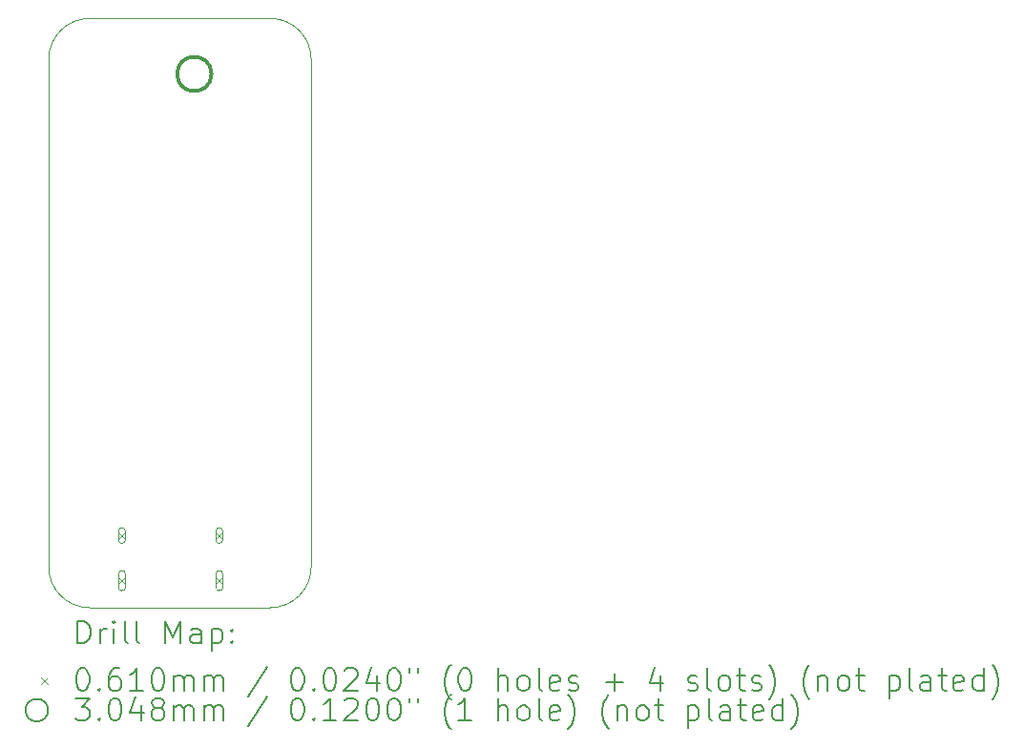
<source format=gbr>
%TF.GenerationSoftware,KiCad,Pcbnew,9.0.7*%
%TF.CreationDate,2026-02-02T13:56:50-05:00*%
%TF.ProjectId,usbdbg,75736264-6267-42e6-9b69-6361645f7063,rev?*%
%TF.SameCoordinates,Original*%
%TF.FileFunction,Drillmap*%
%TF.FilePolarity,Positive*%
%FSLAX45Y45*%
G04 Gerber Fmt 4.5, Leading zero omitted, Abs format (unit mm)*
G04 Created by KiCad (PCBNEW 9.0.7) date 2026-02-02 13:56:50*
%MOMM*%
%LPD*%
G01*
G04 APERTURE LIST*
%ADD10C,0.100000*%
%ADD11C,0.200000*%
%ADD12C,0.304800*%
G04 APERTURE END LIST*
D10*
X19810000Y-7365000D02*
X19810000Y-2865000D01*
X17845000Y-7730000D02*
G75*
G02*
X17480000Y-7365000I0J365000D01*
G01*
X17845000Y-7730000D02*
X19445000Y-7730000D01*
X19445000Y-2500000D02*
G75*
G02*
X19810000Y-2865000I0J-365000D01*
G01*
X17480000Y-7365000D02*
X17480000Y-2865000D01*
X17845000Y-2500000D02*
X19445000Y-2500000D01*
X17480000Y-2865000D02*
G75*
G02*
X17845000Y-2500000I365000J0D01*
G01*
X19810000Y-7365000D02*
G75*
G02*
X19445000Y-7730000I-365000J0D01*
G01*
D11*
D10*
X18100020Y-7059025D02*
X18160980Y-7119985D01*
X18160980Y-7059025D02*
X18100020Y-7119985D01*
X18100020Y-7050135D02*
X18100020Y-7128875D01*
X18160980Y-7128875D02*
G75*
G02*
X18100020Y-7128875I-30480J0D01*
G01*
X18160980Y-7128875D02*
X18160980Y-7050135D01*
X18160980Y-7050135D02*
G75*
G03*
X18100020Y-7050135I-30480J0D01*
G01*
X18100020Y-7459025D02*
X18160980Y-7519985D01*
X18160980Y-7459025D02*
X18100020Y-7519985D01*
X18100020Y-7429815D02*
X18100020Y-7549195D01*
X18160980Y-7549195D02*
G75*
G02*
X18100020Y-7549195I-30480J0D01*
G01*
X18160980Y-7549195D02*
X18160980Y-7429815D01*
X18160980Y-7429815D02*
G75*
G03*
X18100020Y-7429815I-30480J0D01*
G01*
X18964020Y-7059025D02*
X19024980Y-7119985D01*
X19024980Y-7059025D02*
X18964020Y-7119985D01*
X18964020Y-7050135D02*
X18964020Y-7128875D01*
X19024980Y-7128875D02*
G75*
G02*
X18964020Y-7128875I-30480J0D01*
G01*
X19024980Y-7128875D02*
X19024980Y-7050135D01*
X19024980Y-7050135D02*
G75*
G03*
X18964020Y-7050135I-30480J0D01*
G01*
X18964020Y-7459025D02*
X19024980Y-7519985D01*
X19024980Y-7459025D02*
X18964020Y-7519985D01*
X18964020Y-7429815D02*
X18964020Y-7549195D01*
X19024980Y-7549195D02*
G75*
G02*
X18964020Y-7549195I-30480J0D01*
G01*
X19024980Y-7549195D02*
X19024980Y-7429815D01*
X19024980Y-7429815D02*
G75*
G03*
X18964020Y-7429815I-30480J0D01*
G01*
D12*
X18924900Y-2993000D02*
G75*
G02*
X18620100Y-2993000I-152400J0D01*
G01*
X18620100Y-2993000D02*
G75*
G02*
X18924900Y-2993000I152400J0D01*
G01*
D11*
X17735777Y-8046484D02*
X17735777Y-7846484D01*
X17735777Y-7846484D02*
X17783396Y-7846484D01*
X17783396Y-7846484D02*
X17811967Y-7856008D01*
X17811967Y-7856008D02*
X17831015Y-7875055D01*
X17831015Y-7875055D02*
X17840539Y-7894103D01*
X17840539Y-7894103D02*
X17850063Y-7932198D01*
X17850063Y-7932198D02*
X17850063Y-7960769D01*
X17850063Y-7960769D02*
X17840539Y-7998865D01*
X17840539Y-7998865D02*
X17831015Y-8017912D01*
X17831015Y-8017912D02*
X17811967Y-8036960D01*
X17811967Y-8036960D02*
X17783396Y-8046484D01*
X17783396Y-8046484D02*
X17735777Y-8046484D01*
X17935777Y-8046484D02*
X17935777Y-7913150D01*
X17935777Y-7951246D02*
X17945301Y-7932198D01*
X17945301Y-7932198D02*
X17954824Y-7922674D01*
X17954824Y-7922674D02*
X17973872Y-7913150D01*
X17973872Y-7913150D02*
X17992920Y-7913150D01*
X18059586Y-8046484D02*
X18059586Y-7913150D01*
X18059586Y-7846484D02*
X18050063Y-7856008D01*
X18050063Y-7856008D02*
X18059586Y-7865531D01*
X18059586Y-7865531D02*
X18069110Y-7856008D01*
X18069110Y-7856008D02*
X18059586Y-7846484D01*
X18059586Y-7846484D02*
X18059586Y-7865531D01*
X18183396Y-8046484D02*
X18164348Y-8036960D01*
X18164348Y-8036960D02*
X18154824Y-8017912D01*
X18154824Y-8017912D02*
X18154824Y-7846484D01*
X18288158Y-8046484D02*
X18269110Y-8036960D01*
X18269110Y-8036960D02*
X18259586Y-8017912D01*
X18259586Y-8017912D02*
X18259586Y-7846484D01*
X18516729Y-8046484D02*
X18516729Y-7846484D01*
X18516729Y-7846484D02*
X18583396Y-7989341D01*
X18583396Y-7989341D02*
X18650063Y-7846484D01*
X18650063Y-7846484D02*
X18650063Y-8046484D01*
X18831015Y-8046484D02*
X18831015Y-7941722D01*
X18831015Y-7941722D02*
X18821491Y-7922674D01*
X18821491Y-7922674D02*
X18802444Y-7913150D01*
X18802444Y-7913150D02*
X18764348Y-7913150D01*
X18764348Y-7913150D02*
X18745301Y-7922674D01*
X18831015Y-8036960D02*
X18811967Y-8046484D01*
X18811967Y-8046484D02*
X18764348Y-8046484D01*
X18764348Y-8046484D02*
X18745301Y-8036960D01*
X18745301Y-8036960D02*
X18735777Y-8017912D01*
X18735777Y-8017912D02*
X18735777Y-7998865D01*
X18735777Y-7998865D02*
X18745301Y-7979817D01*
X18745301Y-7979817D02*
X18764348Y-7970293D01*
X18764348Y-7970293D02*
X18811967Y-7970293D01*
X18811967Y-7970293D02*
X18831015Y-7960769D01*
X18926253Y-7913150D02*
X18926253Y-8113150D01*
X18926253Y-7922674D02*
X18945301Y-7913150D01*
X18945301Y-7913150D02*
X18983396Y-7913150D01*
X18983396Y-7913150D02*
X19002444Y-7922674D01*
X19002444Y-7922674D02*
X19011967Y-7932198D01*
X19011967Y-7932198D02*
X19021491Y-7951246D01*
X19021491Y-7951246D02*
X19021491Y-8008388D01*
X19021491Y-8008388D02*
X19011967Y-8027436D01*
X19011967Y-8027436D02*
X19002444Y-8036960D01*
X19002444Y-8036960D02*
X18983396Y-8046484D01*
X18983396Y-8046484D02*
X18945301Y-8046484D01*
X18945301Y-8046484D02*
X18926253Y-8036960D01*
X19107205Y-8027436D02*
X19116729Y-8036960D01*
X19116729Y-8036960D02*
X19107205Y-8046484D01*
X19107205Y-8046484D02*
X19097682Y-8036960D01*
X19097682Y-8036960D02*
X19107205Y-8027436D01*
X19107205Y-8027436D02*
X19107205Y-8046484D01*
X19107205Y-7922674D02*
X19116729Y-7932198D01*
X19116729Y-7932198D02*
X19107205Y-7941722D01*
X19107205Y-7941722D02*
X19097682Y-7932198D01*
X19097682Y-7932198D02*
X19107205Y-7922674D01*
X19107205Y-7922674D02*
X19107205Y-7941722D01*
D10*
X17414040Y-8344520D02*
X17475000Y-8405480D01*
X17475000Y-8344520D02*
X17414040Y-8405480D01*
D11*
X17773872Y-8266484D02*
X17792920Y-8266484D01*
X17792920Y-8266484D02*
X17811967Y-8276008D01*
X17811967Y-8276008D02*
X17821491Y-8285531D01*
X17821491Y-8285531D02*
X17831015Y-8304579D01*
X17831015Y-8304579D02*
X17840539Y-8342674D01*
X17840539Y-8342674D02*
X17840539Y-8390293D01*
X17840539Y-8390293D02*
X17831015Y-8428389D01*
X17831015Y-8428389D02*
X17821491Y-8447436D01*
X17821491Y-8447436D02*
X17811967Y-8456960D01*
X17811967Y-8456960D02*
X17792920Y-8466484D01*
X17792920Y-8466484D02*
X17773872Y-8466484D01*
X17773872Y-8466484D02*
X17754824Y-8456960D01*
X17754824Y-8456960D02*
X17745301Y-8447436D01*
X17745301Y-8447436D02*
X17735777Y-8428389D01*
X17735777Y-8428389D02*
X17726253Y-8390293D01*
X17726253Y-8390293D02*
X17726253Y-8342674D01*
X17726253Y-8342674D02*
X17735777Y-8304579D01*
X17735777Y-8304579D02*
X17745301Y-8285531D01*
X17745301Y-8285531D02*
X17754824Y-8276008D01*
X17754824Y-8276008D02*
X17773872Y-8266484D01*
X17926253Y-8447436D02*
X17935777Y-8456960D01*
X17935777Y-8456960D02*
X17926253Y-8466484D01*
X17926253Y-8466484D02*
X17916729Y-8456960D01*
X17916729Y-8456960D02*
X17926253Y-8447436D01*
X17926253Y-8447436D02*
X17926253Y-8466484D01*
X18107205Y-8266484D02*
X18069110Y-8266484D01*
X18069110Y-8266484D02*
X18050063Y-8276008D01*
X18050063Y-8276008D02*
X18040539Y-8285531D01*
X18040539Y-8285531D02*
X18021491Y-8314103D01*
X18021491Y-8314103D02*
X18011967Y-8352198D01*
X18011967Y-8352198D02*
X18011967Y-8428389D01*
X18011967Y-8428389D02*
X18021491Y-8447436D01*
X18021491Y-8447436D02*
X18031015Y-8456960D01*
X18031015Y-8456960D02*
X18050063Y-8466484D01*
X18050063Y-8466484D02*
X18088158Y-8466484D01*
X18088158Y-8466484D02*
X18107205Y-8456960D01*
X18107205Y-8456960D02*
X18116729Y-8447436D01*
X18116729Y-8447436D02*
X18126253Y-8428389D01*
X18126253Y-8428389D02*
X18126253Y-8380769D01*
X18126253Y-8380769D02*
X18116729Y-8361722D01*
X18116729Y-8361722D02*
X18107205Y-8352198D01*
X18107205Y-8352198D02*
X18088158Y-8342674D01*
X18088158Y-8342674D02*
X18050063Y-8342674D01*
X18050063Y-8342674D02*
X18031015Y-8352198D01*
X18031015Y-8352198D02*
X18021491Y-8361722D01*
X18021491Y-8361722D02*
X18011967Y-8380769D01*
X18316729Y-8466484D02*
X18202444Y-8466484D01*
X18259586Y-8466484D02*
X18259586Y-8266484D01*
X18259586Y-8266484D02*
X18240539Y-8295055D01*
X18240539Y-8295055D02*
X18221491Y-8314103D01*
X18221491Y-8314103D02*
X18202444Y-8323627D01*
X18440539Y-8266484D02*
X18459586Y-8266484D01*
X18459586Y-8266484D02*
X18478634Y-8276008D01*
X18478634Y-8276008D02*
X18488158Y-8285531D01*
X18488158Y-8285531D02*
X18497682Y-8304579D01*
X18497682Y-8304579D02*
X18507205Y-8342674D01*
X18507205Y-8342674D02*
X18507205Y-8390293D01*
X18507205Y-8390293D02*
X18497682Y-8428389D01*
X18497682Y-8428389D02*
X18488158Y-8447436D01*
X18488158Y-8447436D02*
X18478634Y-8456960D01*
X18478634Y-8456960D02*
X18459586Y-8466484D01*
X18459586Y-8466484D02*
X18440539Y-8466484D01*
X18440539Y-8466484D02*
X18421491Y-8456960D01*
X18421491Y-8456960D02*
X18411967Y-8447436D01*
X18411967Y-8447436D02*
X18402444Y-8428389D01*
X18402444Y-8428389D02*
X18392920Y-8390293D01*
X18392920Y-8390293D02*
X18392920Y-8342674D01*
X18392920Y-8342674D02*
X18402444Y-8304579D01*
X18402444Y-8304579D02*
X18411967Y-8285531D01*
X18411967Y-8285531D02*
X18421491Y-8276008D01*
X18421491Y-8276008D02*
X18440539Y-8266484D01*
X18592920Y-8466484D02*
X18592920Y-8333150D01*
X18592920Y-8352198D02*
X18602444Y-8342674D01*
X18602444Y-8342674D02*
X18621491Y-8333150D01*
X18621491Y-8333150D02*
X18650063Y-8333150D01*
X18650063Y-8333150D02*
X18669110Y-8342674D01*
X18669110Y-8342674D02*
X18678634Y-8361722D01*
X18678634Y-8361722D02*
X18678634Y-8466484D01*
X18678634Y-8361722D02*
X18688158Y-8342674D01*
X18688158Y-8342674D02*
X18707205Y-8333150D01*
X18707205Y-8333150D02*
X18735777Y-8333150D01*
X18735777Y-8333150D02*
X18754825Y-8342674D01*
X18754825Y-8342674D02*
X18764348Y-8361722D01*
X18764348Y-8361722D02*
X18764348Y-8466484D01*
X18859586Y-8466484D02*
X18859586Y-8333150D01*
X18859586Y-8352198D02*
X18869110Y-8342674D01*
X18869110Y-8342674D02*
X18888158Y-8333150D01*
X18888158Y-8333150D02*
X18916729Y-8333150D01*
X18916729Y-8333150D02*
X18935777Y-8342674D01*
X18935777Y-8342674D02*
X18945301Y-8361722D01*
X18945301Y-8361722D02*
X18945301Y-8466484D01*
X18945301Y-8361722D02*
X18954825Y-8342674D01*
X18954825Y-8342674D02*
X18973872Y-8333150D01*
X18973872Y-8333150D02*
X19002444Y-8333150D01*
X19002444Y-8333150D02*
X19021491Y-8342674D01*
X19021491Y-8342674D02*
X19031015Y-8361722D01*
X19031015Y-8361722D02*
X19031015Y-8466484D01*
X19421491Y-8256960D02*
X19250063Y-8514103D01*
X19678634Y-8266484D02*
X19697682Y-8266484D01*
X19697682Y-8266484D02*
X19716729Y-8276008D01*
X19716729Y-8276008D02*
X19726253Y-8285531D01*
X19726253Y-8285531D02*
X19735777Y-8304579D01*
X19735777Y-8304579D02*
X19745301Y-8342674D01*
X19745301Y-8342674D02*
X19745301Y-8390293D01*
X19745301Y-8390293D02*
X19735777Y-8428389D01*
X19735777Y-8428389D02*
X19726253Y-8447436D01*
X19726253Y-8447436D02*
X19716729Y-8456960D01*
X19716729Y-8456960D02*
X19697682Y-8466484D01*
X19697682Y-8466484D02*
X19678634Y-8466484D01*
X19678634Y-8466484D02*
X19659587Y-8456960D01*
X19659587Y-8456960D02*
X19650063Y-8447436D01*
X19650063Y-8447436D02*
X19640539Y-8428389D01*
X19640539Y-8428389D02*
X19631015Y-8390293D01*
X19631015Y-8390293D02*
X19631015Y-8342674D01*
X19631015Y-8342674D02*
X19640539Y-8304579D01*
X19640539Y-8304579D02*
X19650063Y-8285531D01*
X19650063Y-8285531D02*
X19659587Y-8276008D01*
X19659587Y-8276008D02*
X19678634Y-8266484D01*
X19831015Y-8447436D02*
X19840539Y-8456960D01*
X19840539Y-8456960D02*
X19831015Y-8466484D01*
X19831015Y-8466484D02*
X19821491Y-8456960D01*
X19821491Y-8456960D02*
X19831015Y-8447436D01*
X19831015Y-8447436D02*
X19831015Y-8466484D01*
X19964348Y-8266484D02*
X19983396Y-8266484D01*
X19983396Y-8266484D02*
X20002444Y-8276008D01*
X20002444Y-8276008D02*
X20011968Y-8285531D01*
X20011968Y-8285531D02*
X20021491Y-8304579D01*
X20021491Y-8304579D02*
X20031015Y-8342674D01*
X20031015Y-8342674D02*
X20031015Y-8390293D01*
X20031015Y-8390293D02*
X20021491Y-8428389D01*
X20021491Y-8428389D02*
X20011968Y-8447436D01*
X20011968Y-8447436D02*
X20002444Y-8456960D01*
X20002444Y-8456960D02*
X19983396Y-8466484D01*
X19983396Y-8466484D02*
X19964348Y-8466484D01*
X19964348Y-8466484D02*
X19945301Y-8456960D01*
X19945301Y-8456960D02*
X19935777Y-8447436D01*
X19935777Y-8447436D02*
X19926253Y-8428389D01*
X19926253Y-8428389D02*
X19916729Y-8390293D01*
X19916729Y-8390293D02*
X19916729Y-8342674D01*
X19916729Y-8342674D02*
X19926253Y-8304579D01*
X19926253Y-8304579D02*
X19935777Y-8285531D01*
X19935777Y-8285531D02*
X19945301Y-8276008D01*
X19945301Y-8276008D02*
X19964348Y-8266484D01*
X20107206Y-8285531D02*
X20116729Y-8276008D01*
X20116729Y-8276008D02*
X20135777Y-8266484D01*
X20135777Y-8266484D02*
X20183396Y-8266484D01*
X20183396Y-8266484D02*
X20202444Y-8276008D01*
X20202444Y-8276008D02*
X20211968Y-8285531D01*
X20211968Y-8285531D02*
X20221491Y-8304579D01*
X20221491Y-8304579D02*
X20221491Y-8323627D01*
X20221491Y-8323627D02*
X20211968Y-8352198D01*
X20211968Y-8352198D02*
X20097682Y-8466484D01*
X20097682Y-8466484D02*
X20221491Y-8466484D01*
X20392920Y-8333150D02*
X20392920Y-8466484D01*
X20345301Y-8256960D02*
X20297682Y-8399817D01*
X20297682Y-8399817D02*
X20421491Y-8399817D01*
X20535777Y-8266484D02*
X20554825Y-8266484D01*
X20554825Y-8266484D02*
X20573872Y-8276008D01*
X20573872Y-8276008D02*
X20583396Y-8285531D01*
X20583396Y-8285531D02*
X20592920Y-8304579D01*
X20592920Y-8304579D02*
X20602444Y-8342674D01*
X20602444Y-8342674D02*
X20602444Y-8390293D01*
X20602444Y-8390293D02*
X20592920Y-8428389D01*
X20592920Y-8428389D02*
X20583396Y-8447436D01*
X20583396Y-8447436D02*
X20573872Y-8456960D01*
X20573872Y-8456960D02*
X20554825Y-8466484D01*
X20554825Y-8466484D02*
X20535777Y-8466484D01*
X20535777Y-8466484D02*
X20516729Y-8456960D01*
X20516729Y-8456960D02*
X20507206Y-8447436D01*
X20507206Y-8447436D02*
X20497682Y-8428389D01*
X20497682Y-8428389D02*
X20488158Y-8390293D01*
X20488158Y-8390293D02*
X20488158Y-8342674D01*
X20488158Y-8342674D02*
X20497682Y-8304579D01*
X20497682Y-8304579D02*
X20507206Y-8285531D01*
X20507206Y-8285531D02*
X20516729Y-8276008D01*
X20516729Y-8276008D02*
X20535777Y-8266484D01*
X20678634Y-8266484D02*
X20678634Y-8304579D01*
X20754825Y-8266484D02*
X20754825Y-8304579D01*
X21050063Y-8542674D02*
X21040539Y-8533150D01*
X21040539Y-8533150D02*
X21021491Y-8504579D01*
X21021491Y-8504579D02*
X21011968Y-8485531D01*
X21011968Y-8485531D02*
X21002444Y-8456960D01*
X21002444Y-8456960D02*
X20992920Y-8409341D01*
X20992920Y-8409341D02*
X20992920Y-8371246D01*
X20992920Y-8371246D02*
X21002444Y-8323627D01*
X21002444Y-8323627D02*
X21011968Y-8295055D01*
X21011968Y-8295055D02*
X21021491Y-8276008D01*
X21021491Y-8276008D02*
X21040539Y-8247436D01*
X21040539Y-8247436D02*
X21050063Y-8237912D01*
X21164349Y-8266484D02*
X21183396Y-8266484D01*
X21183396Y-8266484D02*
X21202444Y-8276008D01*
X21202444Y-8276008D02*
X21211968Y-8285531D01*
X21211968Y-8285531D02*
X21221491Y-8304579D01*
X21221491Y-8304579D02*
X21231015Y-8342674D01*
X21231015Y-8342674D02*
X21231015Y-8390293D01*
X21231015Y-8390293D02*
X21221491Y-8428389D01*
X21221491Y-8428389D02*
X21211968Y-8447436D01*
X21211968Y-8447436D02*
X21202444Y-8456960D01*
X21202444Y-8456960D02*
X21183396Y-8466484D01*
X21183396Y-8466484D02*
X21164349Y-8466484D01*
X21164349Y-8466484D02*
X21145301Y-8456960D01*
X21145301Y-8456960D02*
X21135777Y-8447436D01*
X21135777Y-8447436D02*
X21126253Y-8428389D01*
X21126253Y-8428389D02*
X21116730Y-8390293D01*
X21116730Y-8390293D02*
X21116730Y-8342674D01*
X21116730Y-8342674D02*
X21126253Y-8304579D01*
X21126253Y-8304579D02*
X21135777Y-8285531D01*
X21135777Y-8285531D02*
X21145301Y-8276008D01*
X21145301Y-8276008D02*
X21164349Y-8266484D01*
X21469111Y-8466484D02*
X21469111Y-8266484D01*
X21554825Y-8466484D02*
X21554825Y-8361722D01*
X21554825Y-8361722D02*
X21545301Y-8342674D01*
X21545301Y-8342674D02*
X21526253Y-8333150D01*
X21526253Y-8333150D02*
X21497682Y-8333150D01*
X21497682Y-8333150D02*
X21478634Y-8342674D01*
X21478634Y-8342674D02*
X21469111Y-8352198D01*
X21678634Y-8466484D02*
X21659587Y-8456960D01*
X21659587Y-8456960D02*
X21650063Y-8447436D01*
X21650063Y-8447436D02*
X21640539Y-8428389D01*
X21640539Y-8428389D02*
X21640539Y-8371246D01*
X21640539Y-8371246D02*
X21650063Y-8352198D01*
X21650063Y-8352198D02*
X21659587Y-8342674D01*
X21659587Y-8342674D02*
X21678634Y-8333150D01*
X21678634Y-8333150D02*
X21707206Y-8333150D01*
X21707206Y-8333150D02*
X21726253Y-8342674D01*
X21726253Y-8342674D02*
X21735777Y-8352198D01*
X21735777Y-8352198D02*
X21745301Y-8371246D01*
X21745301Y-8371246D02*
X21745301Y-8428389D01*
X21745301Y-8428389D02*
X21735777Y-8447436D01*
X21735777Y-8447436D02*
X21726253Y-8456960D01*
X21726253Y-8456960D02*
X21707206Y-8466484D01*
X21707206Y-8466484D02*
X21678634Y-8466484D01*
X21859587Y-8466484D02*
X21840539Y-8456960D01*
X21840539Y-8456960D02*
X21831015Y-8437912D01*
X21831015Y-8437912D02*
X21831015Y-8266484D01*
X22011968Y-8456960D02*
X21992920Y-8466484D01*
X21992920Y-8466484D02*
X21954825Y-8466484D01*
X21954825Y-8466484D02*
X21935777Y-8456960D01*
X21935777Y-8456960D02*
X21926253Y-8437912D01*
X21926253Y-8437912D02*
X21926253Y-8361722D01*
X21926253Y-8361722D02*
X21935777Y-8342674D01*
X21935777Y-8342674D02*
X21954825Y-8333150D01*
X21954825Y-8333150D02*
X21992920Y-8333150D01*
X21992920Y-8333150D02*
X22011968Y-8342674D01*
X22011968Y-8342674D02*
X22021492Y-8361722D01*
X22021492Y-8361722D02*
X22021492Y-8380769D01*
X22021492Y-8380769D02*
X21926253Y-8399817D01*
X22097682Y-8456960D02*
X22116730Y-8466484D01*
X22116730Y-8466484D02*
X22154825Y-8466484D01*
X22154825Y-8466484D02*
X22173873Y-8456960D01*
X22173873Y-8456960D02*
X22183396Y-8437912D01*
X22183396Y-8437912D02*
X22183396Y-8428389D01*
X22183396Y-8428389D02*
X22173873Y-8409341D01*
X22173873Y-8409341D02*
X22154825Y-8399817D01*
X22154825Y-8399817D02*
X22126253Y-8399817D01*
X22126253Y-8399817D02*
X22107206Y-8390293D01*
X22107206Y-8390293D02*
X22097682Y-8371246D01*
X22097682Y-8371246D02*
X22097682Y-8361722D01*
X22097682Y-8361722D02*
X22107206Y-8342674D01*
X22107206Y-8342674D02*
X22126253Y-8333150D01*
X22126253Y-8333150D02*
X22154825Y-8333150D01*
X22154825Y-8333150D02*
X22173873Y-8342674D01*
X22421492Y-8390293D02*
X22573873Y-8390293D01*
X22497682Y-8466484D02*
X22497682Y-8314103D01*
X22907206Y-8333150D02*
X22907206Y-8466484D01*
X22859587Y-8256960D02*
X22811968Y-8399817D01*
X22811968Y-8399817D02*
X22935777Y-8399817D01*
X23154825Y-8456960D02*
X23173873Y-8466484D01*
X23173873Y-8466484D02*
X23211968Y-8466484D01*
X23211968Y-8466484D02*
X23231015Y-8456960D01*
X23231015Y-8456960D02*
X23240539Y-8437912D01*
X23240539Y-8437912D02*
X23240539Y-8428389D01*
X23240539Y-8428389D02*
X23231015Y-8409341D01*
X23231015Y-8409341D02*
X23211968Y-8399817D01*
X23211968Y-8399817D02*
X23183396Y-8399817D01*
X23183396Y-8399817D02*
X23164349Y-8390293D01*
X23164349Y-8390293D02*
X23154825Y-8371246D01*
X23154825Y-8371246D02*
X23154825Y-8361722D01*
X23154825Y-8361722D02*
X23164349Y-8342674D01*
X23164349Y-8342674D02*
X23183396Y-8333150D01*
X23183396Y-8333150D02*
X23211968Y-8333150D01*
X23211968Y-8333150D02*
X23231015Y-8342674D01*
X23354825Y-8466484D02*
X23335777Y-8456960D01*
X23335777Y-8456960D02*
X23326254Y-8437912D01*
X23326254Y-8437912D02*
X23326254Y-8266484D01*
X23459587Y-8466484D02*
X23440539Y-8456960D01*
X23440539Y-8456960D02*
X23431015Y-8447436D01*
X23431015Y-8447436D02*
X23421492Y-8428389D01*
X23421492Y-8428389D02*
X23421492Y-8371246D01*
X23421492Y-8371246D02*
X23431015Y-8352198D01*
X23431015Y-8352198D02*
X23440539Y-8342674D01*
X23440539Y-8342674D02*
X23459587Y-8333150D01*
X23459587Y-8333150D02*
X23488158Y-8333150D01*
X23488158Y-8333150D02*
X23507206Y-8342674D01*
X23507206Y-8342674D02*
X23516730Y-8352198D01*
X23516730Y-8352198D02*
X23526254Y-8371246D01*
X23526254Y-8371246D02*
X23526254Y-8428389D01*
X23526254Y-8428389D02*
X23516730Y-8447436D01*
X23516730Y-8447436D02*
X23507206Y-8456960D01*
X23507206Y-8456960D02*
X23488158Y-8466484D01*
X23488158Y-8466484D02*
X23459587Y-8466484D01*
X23583396Y-8333150D02*
X23659587Y-8333150D01*
X23611968Y-8266484D02*
X23611968Y-8437912D01*
X23611968Y-8437912D02*
X23621492Y-8456960D01*
X23621492Y-8456960D02*
X23640539Y-8466484D01*
X23640539Y-8466484D02*
X23659587Y-8466484D01*
X23716730Y-8456960D02*
X23735777Y-8466484D01*
X23735777Y-8466484D02*
X23773873Y-8466484D01*
X23773873Y-8466484D02*
X23792920Y-8456960D01*
X23792920Y-8456960D02*
X23802444Y-8437912D01*
X23802444Y-8437912D02*
X23802444Y-8428389D01*
X23802444Y-8428389D02*
X23792920Y-8409341D01*
X23792920Y-8409341D02*
X23773873Y-8399817D01*
X23773873Y-8399817D02*
X23745301Y-8399817D01*
X23745301Y-8399817D02*
X23726254Y-8390293D01*
X23726254Y-8390293D02*
X23716730Y-8371246D01*
X23716730Y-8371246D02*
X23716730Y-8361722D01*
X23716730Y-8361722D02*
X23726254Y-8342674D01*
X23726254Y-8342674D02*
X23745301Y-8333150D01*
X23745301Y-8333150D02*
X23773873Y-8333150D01*
X23773873Y-8333150D02*
X23792920Y-8342674D01*
X23869111Y-8542674D02*
X23878635Y-8533150D01*
X23878635Y-8533150D02*
X23897682Y-8504579D01*
X23897682Y-8504579D02*
X23907206Y-8485531D01*
X23907206Y-8485531D02*
X23916730Y-8456960D01*
X23916730Y-8456960D02*
X23926254Y-8409341D01*
X23926254Y-8409341D02*
X23926254Y-8371246D01*
X23926254Y-8371246D02*
X23916730Y-8323627D01*
X23916730Y-8323627D02*
X23907206Y-8295055D01*
X23907206Y-8295055D02*
X23897682Y-8276008D01*
X23897682Y-8276008D02*
X23878635Y-8247436D01*
X23878635Y-8247436D02*
X23869111Y-8237912D01*
X24231016Y-8542674D02*
X24221492Y-8533150D01*
X24221492Y-8533150D02*
X24202444Y-8504579D01*
X24202444Y-8504579D02*
X24192920Y-8485531D01*
X24192920Y-8485531D02*
X24183396Y-8456960D01*
X24183396Y-8456960D02*
X24173873Y-8409341D01*
X24173873Y-8409341D02*
X24173873Y-8371246D01*
X24173873Y-8371246D02*
X24183396Y-8323627D01*
X24183396Y-8323627D02*
X24192920Y-8295055D01*
X24192920Y-8295055D02*
X24202444Y-8276008D01*
X24202444Y-8276008D02*
X24221492Y-8247436D01*
X24221492Y-8247436D02*
X24231016Y-8237912D01*
X24307206Y-8333150D02*
X24307206Y-8466484D01*
X24307206Y-8352198D02*
X24316730Y-8342674D01*
X24316730Y-8342674D02*
X24335777Y-8333150D01*
X24335777Y-8333150D02*
X24364349Y-8333150D01*
X24364349Y-8333150D02*
X24383396Y-8342674D01*
X24383396Y-8342674D02*
X24392920Y-8361722D01*
X24392920Y-8361722D02*
X24392920Y-8466484D01*
X24516730Y-8466484D02*
X24497682Y-8456960D01*
X24497682Y-8456960D02*
X24488158Y-8447436D01*
X24488158Y-8447436D02*
X24478635Y-8428389D01*
X24478635Y-8428389D02*
X24478635Y-8371246D01*
X24478635Y-8371246D02*
X24488158Y-8352198D01*
X24488158Y-8352198D02*
X24497682Y-8342674D01*
X24497682Y-8342674D02*
X24516730Y-8333150D01*
X24516730Y-8333150D02*
X24545301Y-8333150D01*
X24545301Y-8333150D02*
X24564349Y-8342674D01*
X24564349Y-8342674D02*
X24573873Y-8352198D01*
X24573873Y-8352198D02*
X24583396Y-8371246D01*
X24583396Y-8371246D02*
X24583396Y-8428389D01*
X24583396Y-8428389D02*
X24573873Y-8447436D01*
X24573873Y-8447436D02*
X24564349Y-8456960D01*
X24564349Y-8456960D02*
X24545301Y-8466484D01*
X24545301Y-8466484D02*
X24516730Y-8466484D01*
X24640539Y-8333150D02*
X24716730Y-8333150D01*
X24669111Y-8266484D02*
X24669111Y-8437912D01*
X24669111Y-8437912D02*
X24678635Y-8456960D01*
X24678635Y-8456960D02*
X24697682Y-8466484D01*
X24697682Y-8466484D02*
X24716730Y-8466484D01*
X24935777Y-8333150D02*
X24935777Y-8533150D01*
X24935777Y-8342674D02*
X24954825Y-8333150D01*
X24954825Y-8333150D02*
X24992920Y-8333150D01*
X24992920Y-8333150D02*
X25011968Y-8342674D01*
X25011968Y-8342674D02*
X25021492Y-8352198D01*
X25021492Y-8352198D02*
X25031016Y-8371246D01*
X25031016Y-8371246D02*
X25031016Y-8428389D01*
X25031016Y-8428389D02*
X25021492Y-8447436D01*
X25021492Y-8447436D02*
X25011968Y-8456960D01*
X25011968Y-8456960D02*
X24992920Y-8466484D01*
X24992920Y-8466484D02*
X24954825Y-8466484D01*
X24954825Y-8466484D02*
X24935777Y-8456960D01*
X25145301Y-8466484D02*
X25126254Y-8456960D01*
X25126254Y-8456960D02*
X25116730Y-8437912D01*
X25116730Y-8437912D02*
X25116730Y-8266484D01*
X25307206Y-8466484D02*
X25307206Y-8361722D01*
X25307206Y-8361722D02*
X25297682Y-8342674D01*
X25297682Y-8342674D02*
X25278635Y-8333150D01*
X25278635Y-8333150D02*
X25240539Y-8333150D01*
X25240539Y-8333150D02*
X25221492Y-8342674D01*
X25307206Y-8456960D02*
X25288158Y-8466484D01*
X25288158Y-8466484D02*
X25240539Y-8466484D01*
X25240539Y-8466484D02*
X25221492Y-8456960D01*
X25221492Y-8456960D02*
X25211968Y-8437912D01*
X25211968Y-8437912D02*
X25211968Y-8418865D01*
X25211968Y-8418865D02*
X25221492Y-8399817D01*
X25221492Y-8399817D02*
X25240539Y-8390293D01*
X25240539Y-8390293D02*
X25288158Y-8390293D01*
X25288158Y-8390293D02*
X25307206Y-8380769D01*
X25373873Y-8333150D02*
X25450063Y-8333150D01*
X25402444Y-8266484D02*
X25402444Y-8437912D01*
X25402444Y-8437912D02*
X25411968Y-8456960D01*
X25411968Y-8456960D02*
X25431016Y-8466484D01*
X25431016Y-8466484D02*
X25450063Y-8466484D01*
X25592920Y-8456960D02*
X25573873Y-8466484D01*
X25573873Y-8466484D02*
X25535777Y-8466484D01*
X25535777Y-8466484D02*
X25516730Y-8456960D01*
X25516730Y-8456960D02*
X25507206Y-8437912D01*
X25507206Y-8437912D02*
X25507206Y-8361722D01*
X25507206Y-8361722D02*
X25516730Y-8342674D01*
X25516730Y-8342674D02*
X25535777Y-8333150D01*
X25535777Y-8333150D02*
X25573873Y-8333150D01*
X25573873Y-8333150D02*
X25592920Y-8342674D01*
X25592920Y-8342674D02*
X25602444Y-8361722D01*
X25602444Y-8361722D02*
X25602444Y-8380769D01*
X25602444Y-8380769D02*
X25507206Y-8399817D01*
X25773873Y-8466484D02*
X25773873Y-8266484D01*
X25773873Y-8456960D02*
X25754825Y-8466484D01*
X25754825Y-8466484D02*
X25716730Y-8466484D01*
X25716730Y-8466484D02*
X25697682Y-8456960D01*
X25697682Y-8456960D02*
X25688158Y-8447436D01*
X25688158Y-8447436D02*
X25678635Y-8428389D01*
X25678635Y-8428389D02*
X25678635Y-8371246D01*
X25678635Y-8371246D02*
X25688158Y-8352198D01*
X25688158Y-8352198D02*
X25697682Y-8342674D01*
X25697682Y-8342674D02*
X25716730Y-8333150D01*
X25716730Y-8333150D02*
X25754825Y-8333150D01*
X25754825Y-8333150D02*
X25773873Y-8342674D01*
X25850063Y-8542674D02*
X25859587Y-8533150D01*
X25859587Y-8533150D02*
X25878635Y-8504579D01*
X25878635Y-8504579D02*
X25888158Y-8485531D01*
X25888158Y-8485531D02*
X25897682Y-8456960D01*
X25897682Y-8456960D02*
X25907206Y-8409341D01*
X25907206Y-8409341D02*
X25907206Y-8371246D01*
X25907206Y-8371246D02*
X25897682Y-8323627D01*
X25897682Y-8323627D02*
X25888158Y-8295055D01*
X25888158Y-8295055D02*
X25878635Y-8276008D01*
X25878635Y-8276008D02*
X25859587Y-8247436D01*
X25859587Y-8247436D02*
X25850063Y-8237912D01*
X17475000Y-8639000D02*
G75*
G02*
X17275000Y-8639000I-100000J0D01*
G01*
X17275000Y-8639000D02*
G75*
G02*
X17475000Y-8639000I100000J0D01*
G01*
X17716729Y-8530484D02*
X17840539Y-8530484D01*
X17840539Y-8530484D02*
X17773872Y-8606674D01*
X17773872Y-8606674D02*
X17802444Y-8606674D01*
X17802444Y-8606674D02*
X17821491Y-8616198D01*
X17821491Y-8616198D02*
X17831015Y-8625722D01*
X17831015Y-8625722D02*
X17840539Y-8644770D01*
X17840539Y-8644770D02*
X17840539Y-8692389D01*
X17840539Y-8692389D02*
X17831015Y-8711436D01*
X17831015Y-8711436D02*
X17821491Y-8720960D01*
X17821491Y-8720960D02*
X17802444Y-8730484D01*
X17802444Y-8730484D02*
X17745301Y-8730484D01*
X17745301Y-8730484D02*
X17726253Y-8720960D01*
X17726253Y-8720960D02*
X17716729Y-8711436D01*
X17926253Y-8711436D02*
X17935777Y-8720960D01*
X17935777Y-8720960D02*
X17926253Y-8730484D01*
X17926253Y-8730484D02*
X17916729Y-8720960D01*
X17916729Y-8720960D02*
X17926253Y-8711436D01*
X17926253Y-8711436D02*
X17926253Y-8730484D01*
X18059586Y-8530484D02*
X18078634Y-8530484D01*
X18078634Y-8530484D02*
X18097682Y-8540008D01*
X18097682Y-8540008D02*
X18107205Y-8549531D01*
X18107205Y-8549531D02*
X18116729Y-8568579D01*
X18116729Y-8568579D02*
X18126253Y-8606674D01*
X18126253Y-8606674D02*
X18126253Y-8654293D01*
X18126253Y-8654293D02*
X18116729Y-8692389D01*
X18116729Y-8692389D02*
X18107205Y-8711436D01*
X18107205Y-8711436D02*
X18097682Y-8720960D01*
X18097682Y-8720960D02*
X18078634Y-8730484D01*
X18078634Y-8730484D02*
X18059586Y-8730484D01*
X18059586Y-8730484D02*
X18040539Y-8720960D01*
X18040539Y-8720960D02*
X18031015Y-8711436D01*
X18031015Y-8711436D02*
X18021491Y-8692389D01*
X18021491Y-8692389D02*
X18011967Y-8654293D01*
X18011967Y-8654293D02*
X18011967Y-8606674D01*
X18011967Y-8606674D02*
X18021491Y-8568579D01*
X18021491Y-8568579D02*
X18031015Y-8549531D01*
X18031015Y-8549531D02*
X18040539Y-8540008D01*
X18040539Y-8540008D02*
X18059586Y-8530484D01*
X18297682Y-8597150D02*
X18297682Y-8730484D01*
X18250063Y-8520960D02*
X18202444Y-8663817D01*
X18202444Y-8663817D02*
X18326253Y-8663817D01*
X18431015Y-8616198D02*
X18411967Y-8606674D01*
X18411967Y-8606674D02*
X18402444Y-8597150D01*
X18402444Y-8597150D02*
X18392920Y-8578103D01*
X18392920Y-8578103D02*
X18392920Y-8568579D01*
X18392920Y-8568579D02*
X18402444Y-8549531D01*
X18402444Y-8549531D02*
X18411967Y-8540008D01*
X18411967Y-8540008D02*
X18431015Y-8530484D01*
X18431015Y-8530484D02*
X18469110Y-8530484D01*
X18469110Y-8530484D02*
X18488158Y-8540008D01*
X18488158Y-8540008D02*
X18497682Y-8549531D01*
X18497682Y-8549531D02*
X18507205Y-8568579D01*
X18507205Y-8568579D02*
X18507205Y-8578103D01*
X18507205Y-8578103D02*
X18497682Y-8597150D01*
X18497682Y-8597150D02*
X18488158Y-8606674D01*
X18488158Y-8606674D02*
X18469110Y-8616198D01*
X18469110Y-8616198D02*
X18431015Y-8616198D01*
X18431015Y-8616198D02*
X18411967Y-8625722D01*
X18411967Y-8625722D02*
X18402444Y-8635246D01*
X18402444Y-8635246D02*
X18392920Y-8654293D01*
X18392920Y-8654293D02*
X18392920Y-8692389D01*
X18392920Y-8692389D02*
X18402444Y-8711436D01*
X18402444Y-8711436D02*
X18411967Y-8720960D01*
X18411967Y-8720960D02*
X18431015Y-8730484D01*
X18431015Y-8730484D02*
X18469110Y-8730484D01*
X18469110Y-8730484D02*
X18488158Y-8720960D01*
X18488158Y-8720960D02*
X18497682Y-8711436D01*
X18497682Y-8711436D02*
X18507205Y-8692389D01*
X18507205Y-8692389D02*
X18507205Y-8654293D01*
X18507205Y-8654293D02*
X18497682Y-8635246D01*
X18497682Y-8635246D02*
X18488158Y-8625722D01*
X18488158Y-8625722D02*
X18469110Y-8616198D01*
X18592920Y-8730484D02*
X18592920Y-8597150D01*
X18592920Y-8616198D02*
X18602444Y-8606674D01*
X18602444Y-8606674D02*
X18621491Y-8597150D01*
X18621491Y-8597150D02*
X18650063Y-8597150D01*
X18650063Y-8597150D02*
X18669110Y-8606674D01*
X18669110Y-8606674D02*
X18678634Y-8625722D01*
X18678634Y-8625722D02*
X18678634Y-8730484D01*
X18678634Y-8625722D02*
X18688158Y-8606674D01*
X18688158Y-8606674D02*
X18707205Y-8597150D01*
X18707205Y-8597150D02*
X18735777Y-8597150D01*
X18735777Y-8597150D02*
X18754825Y-8606674D01*
X18754825Y-8606674D02*
X18764348Y-8625722D01*
X18764348Y-8625722D02*
X18764348Y-8730484D01*
X18859586Y-8730484D02*
X18859586Y-8597150D01*
X18859586Y-8616198D02*
X18869110Y-8606674D01*
X18869110Y-8606674D02*
X18888158Y-8597150D01*
X18888158Y-8597150D02*
X18916729Y-8597150D01*
X18916729Y-8597150D02*
X18935777Y-8606674D01*
X18935777Y-8606674D02*
X18945301Y-8625722D01*
X18945301Y-8625722D02*
X18945301Y-8730484D01*
X18945301Y-8625722D02*
X18954825Y-8606674D01*
X18954825Y-8606674D02*
X18973872Y-8597150D01*
X18973872Y-8597150D02*
X19002444Y-8597150D01*
X19002444Y-8597150D02*
X19021491Y-8606674D01*
X19021491Y-8606674D02*
X19031015Y-8625722D01*
X19031015Y-8625722D02*
X19031015Y-8730484D01*
X19421491Y-8520960D02*
X19250063Y-8778103D01*
X19678634Y-8530484D02*
X19697682Y-8530484D01*
X19697682Y-8530484D02*
X19716729Y-8540008D01*
X19716729Y-8540008D02*
X19726253Y-8549531D01*
X19726253Y-8549531D02*
X19735777Y-8568579D01*
X19735777Y-8568579D02*
X19745301Y-8606674D01*
X19745301Y-8606674D02*
X19745301Y-8654293D01*
X19745301Y-8654293D02*
X19735777Y-8692389D01*
X19735777Y-8692389D02*
X19726253Y-8711436D01*
X19726253Y-8711436D02*
X19716729Y-8720960D01*
X19716729Y-8720960D02*
X19697682Y-8730484D01*
X19697682Y-8730484D02*
X19678634Y-8730484D01*
X19678634Y-8730484D02*
X19659587Y-8720960D01*
X19659587Y-8720960D02*
X19650063Y-8711436D01*
X19650063Y-8711436D02*
X19640539Y-8692389D01*
X19640539Y-8692389D02*
X19631015Y-8654293D01*
X19631015Y-8654293D02*
X19631015Y-8606674D01*
X19631015Y-8606674D02*
X19640539Y-8568579D01*
X19640539Y-8568579D02*
X19650063Y-8549531D01*
X19650063Y-8549531D02*
X19659587Y-8540008D01*
X19659587Y-8540008D02*
X19678634Y-8530484D01*
X19831015Y-8711436D02*
X19840539Y-8720960D01*
X19840539Y-8720960D02*
X19831015Y-8730484D01*
X19831015Y-8730484D02*
X19821491Y-8720960D01*
X19821491Y-8720960D02*
X19831015Y-8711436D01*
X19831015Y-8711436D02*
X19831015Y-8730484D01*
X20031015Y-8730484D02*
X19916729Y-8730484D01*
X19973872Y-8730484D02*
X19973872Y-8530484D01*
X19973872Y-8530484D02*
X19954825Y-8559055D01*
X19954825Y-8559055D02*
X19935777Y-8578103D01*
X19935777Y-8578103D02*
X19916729Y-8587627D01*
X20107206Y-8549531D02*
X20116729Y-8540008D01*
X20116729Y-8540008D02*
X20135777Y-8530484D01*
X20135777Y-8530484D02*
X20183396Y-8530484D01*
X20183396Y-8530484D02*
X20202444Y-8540008D01*
X20202444Y-8540008D02*
X20211968Y-8549531D01*
X20211968Y-8549531D02*
X20221491Y-8568579D01*
X20221491Y-8568579D02*
X20221491Y-8587627D01*
X20221491Y-8587627D02*
X20211968Y-8616198D01*
X20211968Y-8616198D02*
X20097682Y-8730484D01*
X20097682Y-8730484D02*
X20221491Y-8730484D01*
X20345301Y-8530484D02*
X20364349Y-8530484D01*
X20364349Y-8530484D02*
X20383396Y-8540008D01*
X20383396Y-8540008D02*
X20392920Y-8549531D01*
X20392920Y-8549531D02*
X20402444Y-8568579D01*
X20402444Y-8568579D02*
X20411968Y-8606674D01*
X20411968Y-8606674D02*
X20411968Y-8654293D01*
X20411968Y-8654293D02*
X20402444Y-8692389D01*
X20402444Y-8692389D02*
X20392920Y-8711436D01*
X20392920Y-8711436D02*
X20383396Y-8720960D01*
X20383396Y-8720960D02*
X20364349Y-8730484D01*
X20364349Y-8730484D02*
X20345301Y-8730484D01*
X20345301Y-8730484D02*
X20326253Y-8720960D01*
X20326253Y-8720960D02*
X20316729Y-8711436D01*
X20316729Y-8711436D02*
X20307206Y-8692389D01*
X20307206Y-8692389D02*
X20297682Y-8654293D01*
X20297682Y-8654293D02*
X20297682Y-8606674D01*
X20297682Y-8606674D02*
X20307206Y-8568579D01*
X20307206Y-8568579D02*
X20316729Y-8549531D01*
X20316729Y-8549531D02*
X20326253Y-8540008D01*
X20326253Y-8540008D02*
X20345301Y-8530484D01*
X20535777Y-8530484D02*
X20554825Y-8530484D01*
X20554825Y-8530484D02*
X20573872Y-8540008D01*
X20573872Y-8540008D02*
X20583396Y-8549531D01*
X20583396Y-8549531D02*
X20592920Y-8568579D01*
X20592920Y-8568579D02*
X20602444Y-8606674D01*
X20602444Y-8606674D02*
X20602444Y-8654293D01*
X20602444Y-8654293D02*
X20592920Y-8692389D01*
X20592920Y-8692389D02*
X20583396Y-8711436D01*
X20583396Y-8711436D02*
X20573872Y-8720960D01*
X20573872Y-8720960D02*
X20554825Y-8730484D01*
X20554825Y-8730484D02*
X20535777Y-8730484D01*
X20535777Y-8730484D02*
X20516729Y-8720960D01*
X20516729Y-8720960D02*
X20507206Y-8711436D01*
X20507206Y-8711436D02*
X20497682Y-8692389D01*
X20497682Y-8692389D02*
X20488158Y-8654293D01*
X20488158Y-8654293D02*
X20488158Y-8606674D01*
X20488158Y-8606674D02*
X20497682Y-8568579D01*
X20497682Y-8568579D02*
X20507206Y-8549531D01*
X20507206Y-8549531D02*
X20516729Y-8540008D01*
X20516729Y-8540008D02*
X20535777Y-8530484D01*
X20678634Y-8530484D02*
X20678634Y-8568579D01*
X20754825Y-8530484D02*
X20754825Y-8568579D01*
X21050063Y-8806674D02*
X21040539Y-8797150D01*
X21040539Y-8797150D02*
X21021491Y-8768579D01*
X21021491Y-8768579D02*
X21011968Y-8749531D01*
X21011968Y-8749531D02*
X21002444Y-8720960D01*
X21002444Y-8720960D02*
X20992920Y-8673341D01*
X20992920Y-8673341D02*
X20992920Y-8635246D01*
X20992920Y-8635246D02*
X21002444Y-8587627D01*
X21002444Y-8587627D02*
X21011968Y-8559055D01*
X21011968Y-8559055D02*
X21021491Y-8540008D01*
X21021491Y-8540008D02*
X21040539Y-8511436D01*
X21040539Y-8511436D02*
X21050063Y-8501912D01*
X21231015Y-8730484D02*
X21116730Y-8730484D01*
X21173872Y-8730484D02*
X21173872Y-8530484D01*
X21173872Y-8530484D02*
X21154825Y-8559055D01*
X21154825Y-8559055D02*
X21135777Y-8578103D01*
X21135777Y-8578103D02*
X21116730Y-8587627D01*
X21469111Y-8730484D02*
X21469111Y-8530484D01*
X21554825Y-8730484D02*
X21554825Y-8625722D01*
X21554825Y-8625722D02*
X21545301Y-8606674D01*
X21545301Y-8606674D02*
X21526253Y-8597150D01*
X21526253Y-8597150D02*
X21497682Y-8597150D01*
X21497682Y-8597150D02*
X21478634Y-8606674D01*
X21478634Y-8606674D02*
X21469111Y-8616198D01*
X21678634Y-8730484D02*
X21659587Y-8720960D01*
X21659587Y-8720960D02*
X21650063Y-8711436D01*
X21650063Y-8711436D02*
X21640539Y-8692389D01*
X21640539Y-8692389D02*
X21640539Y-8635246D01*
X21640539Y-8635246D02*
X21650063Y-8616198D01*
X21650063Y-8616198D02*
X21659587Y-8606674D01*
X21659587Y-8606674D02*
X21678634Y-8597150D01*
X21678634Y-8597150D02*
X21707206Y-8597150D01*
X21707206Y-8597150D02*
X21726253Y-8606674D01*
X21726253Y-8606674D02*
X21735777Y-8616198D01*
X21735777Y-8616198D02*
X21745301Y-8635246D01*
X21745301Y-8635246D02*
X21745301Y-8692389D01*
X21745301Y-8692389D02*
X21735777Y-8711436D01*
X21735777Y-8711436D02*
X21726253Y-8720960D01*
X21726253Y-8720960D02*
X21707206Y-8730484D01*
X21707206Y-8730484D02*
X21678634Y-8730484D01*
X21859587Y-8730484D02*
X21840539Y-8720960D01*
X21840539Y-8720960D02*
X21831015Y-8701912D01*
X21831015Y-8701912D02*
X21831015Y-8530484D01*
X22011968Y-8720960D02*
X21992920Y-8730484D01*
X21992920Y-8730484D02*
X21954825Y-8730484D01*
X21954825Y-8730484D02*
X21935777Y-8720960D01*
X21935777Y-8720960D02*
X21926253Y-8701912D01*
X21926253Y-8701912D02*
X21926253Y-8625722D01*
X21926253Y-8625722D02*
X21935777Y-8606674D01*
X21935777Y-8606674D02*
X21954825Y-8597150D01*
X21954825Y-8597150D02*
X21992920Y-8597150D01*
X21992920Y-8597150D02*
X22011968Y-8606674D01*
X22011968Y-8606674D02*
X22021492Y-8625722D01*
X22021492Y-8625722D02*
X22021492Y-8644770D01*
X22021492Y-8644770D02*
X21926253Y-8663817D01*
X22088158Y-8806674D02*
X22097682Y-8797150D01*
X22097682Y-8797150D02*
X22116730Y-8768579D01*
X22116730Y-8768579D02*
X22126253Y-8749531D01*
X22126253Y-8749531D02*
X22135777Y-8720960D01*
X22135777Y-8720960D02*
X22145301Y-8673341D01*
X22145301Y-8673341D02*
X22145301Y-8635246D01*
X22145301Y-8635246D02*
X22135777Y-8587627D01*
X22135777Y-8587627D02*
X22126253Y-8559055D01*
X22126253Y-8559055D02*
X22116730Y-8540008D01*
X22116730Y-8540008D02*
X22097682Y-8511436D01*
X22097682Y-8511436D02*
X22088158Y-8501912D01*
X22450063Y-8806674D02*
X22440539Y-8797150D01*
X22440539Y-8797150D02*
X22421491Y-8768579D01*
X22421491Y-8768579D02*
X22411968Y-8749531D01*
X22411968Y-8749531D02*
X22402444Y-8720960D01*
X22402444Y-8720960D02*
X22392920Y-8673341D01*
X22392920Y-8673341D02*
X22392920Y-8635246D01*
X22392920Y-8635246D02*
X22402444Y-8587627D01*
X22402444Y-8587627D02*
X22411968Y-8559055D01*
X22411968Y-8559055D02*
X22421491Y-8540008D01*
X22421491Y-8540008D02*
X22440539Y-8511436D01*
X22440539Y-8511436D02*
X22450063Y-8501912D01*
X22526253Y-8597150D02*
X22526253Y-8730484D01*
X22526253Y-8616198D02*
X22535777Y-8606674D01*
X22535777Y-8606674D02*
X22554825Y-8597150D01*
X22554825Y-8597150D02*
X22583396Y-8597150D01*
X22583396Y-8597150D02*
X22602444Y-8606674D01*
X22602444Y-8606674D02*
X22611968Y-8625722D01*
X22611968Y-8625722D02*
X22611968Y-8730484D01*
X22735777Y-8730484D02*
X22716730Y-8720960D01*
X22716730Y-8720960D02*
X22707206Y-8711436D01*
X22707206Y-8711436D02*
X22697682Y-8692389D01*
X22697682Y-8692389D02*
X22697682Y-8635246D01*
X22697682Y-8635246D02*
X22707206Y-8616198D01*
X22707206Y-8616198D02*
X22716730Y-8606674D01*
X22716730Y-8606674D02*
X22735777Y-8597150D01*
X22735777Y-8597150D02*
X22764349Y-8597150D01*
X22764349Y-8597150D02*
X22783396Y-8606674D01*
X22783396Y-8606674D02*
X22792920Y-8616198D01*
X22792920Y-8616198D02*
X22802444Y-8635246D01*
X22802444Y-8635246D02*
X22802444Y-8692389D01*
X22802444Y-8692389D02*
X22792920Y-8711436D01*
X22792920Y-8711436D02*
X22783396Y-8720960D01*
X22783396Y-8720960D02*
X22764349Y-8730484D01*
X22764349Y-8730484D02*
X22735777Y-8730484D01*
X22859587Y-8597150D02*
X22935777Y-8597150D01*
X22888158Y-8530484D02*
X22888158Y-8701912D01*
X22888158Y-8701912D02*
X22897682Y-8720960D01*
X22897682Y-8720960D02*
X22916730Y-8730484D01*
X22916730Y-8730484D02*
X22935777Y-8730484D01*
X23154825Y-8597150D02*
X23154825Y-8797150D01*
X23154825Y-8606674D02*
X23173872Y-8597150D01*
X23173872Y-8597150D02*
X23211968Y-8597150D01*
X23211968Y-8597150D02*
X23231015Y-8606674D01*
X23231015Y-8606674D02*
X23240539Y-8616198D01*
X23240539Y-8616198D02*
X23250063Y-8635246D01*
X23250063Y-8635246D02*
X23250063Y-8692389D01*
X23250063Y-8692389D02*
X23240539Y-8711436D01*
X23240539Y-8711436D02*
X23231015Y-8720960D01*
X23231015Y-8720960D02*
X23211968Y-8730484D01*
X23211968Y-8730484D02*
X23173872Y-8730484D01*
X23173872Y-8730484D02*
X23154825Y-8720960D01*
X23364349Y-8730484D02*
X23345301Y-8720960D01*
X23345301Y-8720960D02*
X23335777Y-8701912D01*
X23335777Y-8701912D02*
X23335777Y-8530484D01*
X23526253Y-8730484D02*
X23526253Y-8625722D01*
X23526253Y-8625722D02*
X23516730Y-8606674D01*
X23516730Y-8606674D02*
X23497682Y-8597150D01*
X23497682Y-8597150D02*
X23459587Y-8597150D01*
X23459587Y-8597150D02*
X23440539Y-8606674D01*
X23526253Y-8720960D02*
X23507206Y-8730484D01*
X23507206Y-8730484D02*
X23459587Y-8730484D01*
X23459587Y-8730484D02*
X23440539Y-8720960D01*
X23440539Y-8720960D02*
X23431015Y-8701912D01*
X23431015Y-8701912D02*
X23431015Y-8682865D01*
X23431015Y-8682865D02*
X23440539Y-8663817D01*
X23440539Y-8663817D02*
X23459587Y-8654293D01*
X23459587Y-8654293D02*
X23507206Y-8654293D01*
X23507206Y-8654293D02*
X23526253Y-8644770D01*
X23592920Y-8597150D02*
X23669111Y-8597150D01*
X23621492Y-8530484D02*
X23621492Y-8701912D01*
X23621492Y-8701912D02*
X23631015Y-8720960D01*
X23631015Y-8720960D02*
X23650063Y-8730484D01*
X23650063Y-8730484D02*
X23669111Y-8730484D01*
X23811968Y-8720960D02*
X23792920Y-8730484D01*
X23792920Y-8730484D02*
X23754825Y-8730484D01*
X23754825Y-8730484D02*
X23735777Y-8720960D01*
X23735777Y-8720960D02*
X23726253Y-8701912D01*
X23726253Y-8701912D02*
X23726253Y-8625722D01*
X23726253Y-8625722D02*
X23735777Y-8606674D01*
X23735777Y-8606674D02*
X23754825Y-8597150D01*
X23754825Y-8597150D02*
X23792920Y-8597150D01*
X23792920Y-8597150D02*
X23811968Y-8606674D01*
X23811968Y-8606674D02*
X23821492Y-8625722D01*
X23821492Y-8625722D02*
X23821492Y-8644770D01*
X23821492Y-8644770D02*
X23726253Y-8663817D01*
X23992920Y-8730484D02*
X23992920Y-8530484D01*
X23992920Y-8720960D02*
X23973873Y-8730484D01*
X23973873Y-8730484D02*
X23935777Y-8730484D01*
X23935777Y-8730484D02*
X23916730Y-8720960D01*
X23916730Y-8720960D02*
X23907206Y-8711436D01*
X23907206Y-8711436D02*
X23897682Y-8692389D01*
X23897682Y-8692389D02*
X23897682Y-8635246D01*
X23897682Y-8635246D02*
X23907206Y-8616198D01*
X23907206Y-8616198D02*
X23916730Y-8606674D01*
X23916730Y-8606674D02*
X23935777Y-8597150D01*
X23935777Y-8597150D02*
X23973873Y-8597150D01*
X23973873Y-8597150D02*
X23992920Y-8606674D01*
X24069111Y-8806674D02*
X24078634Y-8797150D01*
X24078634Y-8797150D02*
X24097682Y-8768579D01*
X24097682Y-8768579D02*
X24107206Y-8749531D01*
X24107206Y-8749531D02*
X24116730Y-8720960D01*
X24116730Y-8720960D02*
X24126253Y-8673341D01*
X24126253Y-8673341D02*
X24126253Y-8635246D01*
X24126253Y-8635246D02*
X24116730Y-8587627D01*
X24116730Y-8587627D02*
X24107206Y-8559055D01*
X24107206Y-8559055D02*
X24097682Y-8540008D01*
X24097682Y-8540008D02*
X24078634Y-8511436D01*
X24078634Y-8511436D02*
X24069111Y-8501912D01*
M02*

</source>
